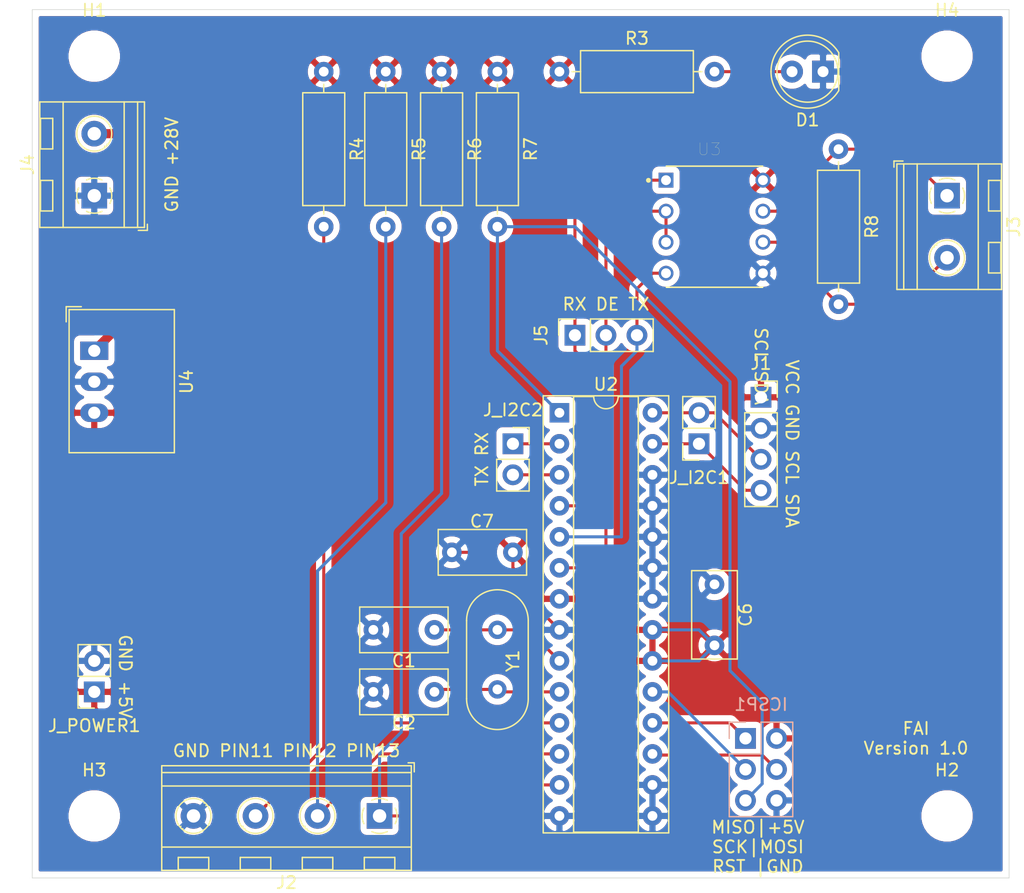
<source format=kicad_pcb>
(kicad_pcb (version 20171130) (host pcbnew "(5.1.6)-1")
  (layers (0 F.Cu signal) (31 B.Cu signal) (34 B.Paste user) (35 F.Paste user) (36 B.SilkS user) (37 F.SilkS user) (38 B.Mask user) (39 F.Mask user) (44 Edge.Cuts user))
  (net 0 "")
  (net 1 "Net-(C1-Pad2)")
  (net 2 GND)
  (net 3 "Net-(C2-Pad2)")
  (net 4 +28V)
  (net 5 +5V)
  (net 6 "Net-(D1-Pad2)")
  (net 7 /SCL)
  (net 8 /SDA)
  (net 9 "Net-(J3-Pad2)")
  (net 10 "Net-(J3-Pad1)")
  (net 11 /TXDE)
  (net 12 /RS485RX)
  (net 13 /RS485TX)
  (net 14 /PIN11)
  (net 15 /PIN12)
  (net 16 /PIN13)
  (net 17 "Net-(ICSP1-Pad5)")
  (net 18 /MOSI)
  (net 19 /SCK)
  (net 20 /MISO)
  (net 21 /TXD)
  (net 22 /RXD)
  (module Resistor:R_Axial_DIN0309_L9.0mm_D3.2mm_P12.70mm_Horizontal (layer F.Cu) (at 78.486 109.22 270)
    (fp_text reference R4 (at 6.35 -2.72 90) (layer F.SilkS))
    (fp_text value 10k)
    (fp_line (start 11.66 0) (end 10.97 0) (layer F.SilkS) (width 0.12))
    (fp_line (start 1.04 0) (end 1.73 0) (layer F.SilkS) (width 0.12))
    (fp_line (start 10.97 -1.72) (end 1.73 -1.72) (layer F.SilkS) (width 0.12))
    (fp_line (start 10.97 1.72) (end 10.97 -1.72) (layer F.SilkS) (width 0.12))
    (fp_line (start 1.73 1.72) (end 10.97 1.72) (layer F.SilkS) (width 0.12))
    (fp_line (start 1.73 -1.72) (end 1.73 1.72) (layer F.SilkS) (width 0.12))
    (pad 2 thru_hole oval (at 12.7 0 270) (size 1.6 1.6) (drill 0.8) (layers *.Cu *.Mask) (net 14 /PIN11))
    (pad 1 thru_hole circle (at 0 0 270) (size 1.6 1.6) (drill 0.8) (layers *.Cu *.Mask) (net 5 +5V))
  )
  (module Resistor:R_Axial_DIN0309_L9.0mm_D3.2mm_P12.70mm_Horizontal (layer F.Cu) (at 88.138 109.22 270)
    (fp_text reference R6 (at 6.35 -2.72 90) (layer F.SilkS))
    (fp_text value 10k)
    (fp_line (start 11.66 0) (end 10.97 0) (layer F.SilkS) (width 0.12))
    (fp_line (start 1.04 0) (end 1.73 0) (layer F.SilkS) (width 0.12))
    (fp_line (start 10.97 -1.72) (end 1.73 -1.72) (layer F.SilkS) (width 0.12))
    (fp_line (start 10.97 1.72) (end 10.97 -1.72) (layer F.SilkS) (width 0.12))
    (fp_line (start 1.73 1.72) (end 10.97 1.72) (layer F.SilkS) (width 0.12))
    (fp_line (start 1.73 -1.72) (end 1.73 1.72) (layer F.SilkS) (width 0.12))
    (pad 2 thru_hole oval (at 12.7 0 270) (size 1.6 1.6) (drill 0.8) (layers *.Cu *.Mask) (net 16 /PIN13))
    (pad 1 thru_hole circle (at 0 0 270) (size 1.6 1.6) (drill 0.8) (layers *.Cu *.Mask) (net 5 +5V))
  )
  (module Resistor:R_Axial_DIN0309_L9.0mm_D3.2mm_P12.70mm_Horizontal (layer F.Cu) (at 83.566 109.22 270)
    (fp_text reference R5 (at 6.35 -2.72 90) (layer F.SilkS))
    (fp_text value 10k)
    (fp_line (start 1.73 -1.72) (end 1.73 1.72) (layer F.SilkS) (width 0.12))
    (fp_line (start 1.73 1.72) (end 10.97 1.72) (layer F.SilkS) (width 0.12))
    (fp_line (start 10.97 1.72) (end 10.97 -1.72) (layer F.SilkS) (width 0.12))
    (fp_line (start 10.97 -1.72) (end 1.73 -1.72) (layer F.SilkS) (width 0.12))
    (fp_line (start 1.04 0) (end 1.73 0) (layer F.SilkS) (width 0.12))
    (fp_line (start 11.66 0) (end 10.97 0) (layer F.SilkS) (width 0.12))
    (pad 1 thru_hole circle (at 0 0 270) (size 1.6 1.6) (drill 0.8) (layers *.Cu *.Mask) (net 5 +5V))
    (pad 2 thru_hole oval (at 12.7 0 270) (size 1.6 1.6) (drill 0.8) (layers *.Cu *.Mask) (net 15 /PIN12))
  )
  (module TerminalBlock_RND:TerminalBlock_RND_205-00234_1x04_P5.08mm_Horizontal (layer F.Cu) (at 83.058 170.18 180)
    (fp_text reference J2 (at 7.62 -5.46) (layer F.SilkS))
    (fp_text value Screw_Terminal_01x04)
    (fp_arc (start 0 0) (end -0.628 1.286) (angle -27) (layer F.SilkS) (width 0.12))
    (fp_arc (start 0 0) (end -1.286 -0.628) (angle -52) (layer F.SilkS) (width 0.12))
    (fp_arc (start 0 0) (end 0.627 -1.286) (angle -52) (layer F.SilkS) (width 0.12))
    (fp_arc (start 0 0) (end 1.286 0.627) (angle -52) (layer F.SilkS) (width 0.12))
    (fp_arc (start 0 0) (end 0 1.43) (angle -26) (layer F.SilkS) (width 0.12))
    (fp_circle (center 5.08 0) (end 6.51 0) (layer F.SilkS) (width 0.12))
    (fp_circle (center 10.16 0) (end 11.59 0) (layer F.SilkS) (width 0.12))
    (fp_circle (center 15.24 0) (end 16.67 0) (layer F.SilkS) (width 0.12))
    (fp_line (start -2.6 3.55) (end 17.84 3.55) (layer F.SilkS) (width 0.12))
    (fp_line (start -2.6 2.45) (end 17.84 2.45) (layer F.SilkS) (width 0.12))
    (fp_line (start -2.6 -2.55) (end 17.84 -2.55) (layer F.SilkS) (width 0.12))
    (fp_line (start -2.6 -4.46) (end 17.84 -4.46) (layer F.SilkS) (width 0.12))
    (fp_line (start -2.6 4.11) (end 17.84 4.11) (layer F.SilkS) (width 0.12))
    (fp_line (start -2.6 -4.46) (end -2.6 4.11) (layer F.SilkS) (width 0.12))
    (fp_line (start 17.84 -4.46) (end 17.84 4.11) (layer F.SilkS) (width 0.12))
    (fp_line (start -1.25 -4.4) (end 1.25 -4.4) (layer F.SilkS) (width 0.12))
    (fp_line (start -1.25 -3.4) (end 1.25 -3.4) (layer F.SilkS) (width 0.12))
    (fp_line (start -1.25 -4.4) (end -1.25 -3.4) (layer F.SilkS) (width 0.12))
    (fp_line (start 1.25 -4.4) (end 1.25 -3.4) (layer F.SilkS) (width 0.12))
    (fp_line (start 6.165 -0.91) (end 6.105 -0.851) (layer F.SilkS) (width 0.12))
    (fp_line (start 4.21 1.045) (end 4.17 1.085) (layer F.SilkS) (width 0.12))
    (fp_line (start 5.991 -1.085) (end 5.951 -1.045) (layer F.SilkS) (width 0.12))
    (fp_line (start 4.056 0.85) (end 3.996 0.91) (layer F.SilkS) (width 0.12))
    (fp_line (start 3.83 -4.4) (end 6.33 -4.4) (layer F.SilkS) (width 0.12))
    (fp_line (start 3.83 -3.4) (end 6.33 -3.4) (layer F.SilkS) (width 0.12))
    (fp_line (start 3.83 -4.4) (end 3.83 -3.4) (layer F.SilkS) (width 0.12))
    (fp_line (start 6.33 -4.4) (end 6.33 -3.4) (layer F.SilkS) (width 0.12))
    (fp_line (start 11.245 -0.91) (end 11.185 -0.851) (layer F.SilkS) (width 0.12))
    (fp_line (start 9.29 1.045) (end 9.25 1.085) (layer F.SilkS) (width 0.12))
    (fp_line (start 11.071 -1.085) (end 11.031 -1.045) (layer F.SilkS) (width 0.12))
    (fp_line (start 9.136 0.85) (end 9.076 0.91) (layer F.SilkS) (width 0.12))
    (fp_line (start 8.91 -4.4) (end 11.41 -4.4) (layer F.SilkS) (width 0.12))
    (fp_line (start 8.91 -3.4) (end 11.41 -3.4) (layer F.SilkS) (width 0.12))
    (fp_line (start 8.91 -4.4) (end 8.91 -3.4) (layer F.SilkS) (width 0.12))
    (fp_line (start 11.41 -4.4) (end 11.41 -3.4) (layer F.SilkS) (width 0.12))
    (fp_line (start 16.325 -0.91) (end 16.265 -0.851) (layer F.SilkS) (width 0.12))
    (fp_line (start 14.37 1.045) (end 14.33 1.085) (layer F.SilkS) (width 0.12))
    (fp_line (start 16.151 -1.085) (end 16.111 -1.045) (layer F.SilkS) (width 0.12))
    (fp_line (start 14.216 0.85) (end 14.156 0.91) (layer F.SilkS) (width 0.12))
    (fp_line (start 13.99 -4.4) (end 16.49 -4.4) (layer F.SilkS) (width 0.12))
    (fp_line (start 13.99 -3.4) (end 16.49 -3.4) (layer F.SilkS) (width 0.12))
    (fp_line (start 13.99 -4.4) (end 13.99 -3.4) (layer F.SilkS) (width 0.12))
    (fp_line (start 16.49 -4.4) (end 16.49 -3.4) (layer F.SilkS) (width 0.12))
    (fp_line (start -2.84 3.61) (end -2.84 4.35) (layer F.SilkS) (width 0.12))
    (fp_line (start -2.84 4.35) (end -2.34 4.35) (layer F.SilkS) (width 0.12))
    (pad 4 thru_hole circle (at 15.24 0 180) (size 2.1 2.1) (drill 1.1) (layers *.Cu *.Mask) (net 2 GND))
    (pad 3 thru_hole circle (at 10.16 0 180) (size 2.1 2.1) (drill 1.1) (layers *.Cu *.Mask) (net 14 /PIN11))
    (pad 2 thru_hole circle (at 5.08 0 180) (size 2.1 2.1) (drill 1.1) (layers *.Cu *.Mask) (net 15 /PIN12))
    (pad 1 thru_hole rect (at 0 0 180) (size 2.1 2.1) (drill 1.1) (layers *.Cu *.Mask) (net 16 /PIN13))
  )
  (module "Connector THT:PinSocket_1x04_P2.54mm_Vertical" (layer F.Cu) (at 114.3 135.89)
    (fp_text reference J1 (at 0 -2.77 180) (layer F.SilkS))
    (fp_text value Conn_01x04_Female)
    (fp_line (start -1.33 1.27) (end 1.33 1.27) (layer F.SilkS) (width 0.12))
    (fp_line (start -1.33 1.27) (end -1.33 8.95) (layer F.SilkS) (width 0.12))
    (fp_line (start -1.33 8.95) (end 1.33 8.95) (layer F.SilkS) (width 0.12))
    (fp_line (start 1.33 1.27) (end 1.33 8.95) (layer F.SilkS) (width 0.12))
    (fp_line (start 1.33 -1.33) (end 1.33 0) (layer F.SilkS) (width 0.12))
    (fp_line (start 0 -1.33) (end 1.33 -1.33) (layer F.SilkS) (width 0.12))
    (pad 4 thru_hole oval (at 0 7.62) (size 1.7 1.7) (drill 1) (layers *.Cu *.Mask) (net 8 /SDA))
    (pad 3 thru_hole oval (at 0 5.08) (size 1.7 1.7) (drill 1) (layers *.Cu *.Mask) (net 7 /SCL))
    (pad 2 thru_hole oval (at 0 2.54) (size 1.7 1.7) (drill 1) (layers *.Cu *.Mask) (net 2 GND))
    (pad 1 thru_hole rect (at 0 0) (size 1.7 1.7) (drill 1) (layers *.Cu *.Mask) (net 5 +5V))
  )
  (module Resistor:R_Axial_DIN0309_L9.0mm_D3.2mm_P12.70mm_Horizontal (layer F.Cu) (at 92.71 109.22 270)
    (fp_text reference R7 (at 6.35 -2.72 90) (layer F.SilkS))
    (fp_text value 10k)
    (fp_line (start 1.73 -1.72) (end 1.73 1.72) (layer F.SilkS) (width 0.12))
    (fp_line (start 1.73 1.72) (end 10.97 1.72) (layer F.SilkS) (width 0.12))
    (fp_line (start 10.97 1.72) (end 10.97 -1.72) (layer F.SilkS) (width 0.12))
    (fp_line (start 10.97 -1.72) (end 1.73 -1.72) (layer F.SilkS) (width 0.12))
    (fp_line (start 1.04 0) (end 1.73 0) (layer F.SilkS) (width 0.12))
    (fp_line (start 11.66 0) (end 10.97 0) (layer F.SilkS) (width 0.12))
    (pad 1 thru_hole circle (at 0 0 270) (size 1.6 1.6) (drill 0.8) (layers *.Cu *.Mask) (net 5 +5V))
    (pad 2 thru_hole oval (at 12.7 0 270) (size 1.6 1.6) (drill 0.8) (layers *.Cu *.Mask) (net 17 "Net-(ICSP1-Pad5)"))
  )
  (module Package_DIP:DIP-28_W7.62mm_Socket (layer F.Cu) (at 97.79 137.16)
    (fp_text reference U2 (at 3.81 -2.33) (layer F.SilkS))
    (fp_text value ATmega328P-PU)
    (fp_line (start 8.95 -1.39) (end -1.33 -1.39) (layer F.SilkS) (width 0.12))
    (fp_line (start 8.95 34.41) (end 8.95 -1.39) (layer F.SilkS) (width 0.12))
    (fp_line (start -1.33 34.41) (end 8.95 34.41) (layer F.SilkS) (width 0.12))
    (fp_line (start -1.33 -1.39) (end -1.33 34.41) (layer F.SilkS) (width 0.12))
    (fp_line (start 6.46 -1.33) (end 4.81 -1.33) (layer F.SilkS) (width 0.12))
    (fp_line (start 6.46 34.35) (end 6.46 -1.33) (layer F.SilkS) (width 0.12))
    (fp_line (start 1.16 34.35) (end 6.46 34.35) (layer F.SilkS) (width 0.12))
    (fp_line (start 1.16 -1.33) (end 1.16 34.35) (layer F.SilkS) (width 0.12))
    (fp_line (start 2.81 -1.33) (end 1.16 -1.33) (layer F.SilkS) (width 0.12))
    (fp_arc (start 3.81 -1.33) (end 2.81 -1.33) (angle -180) (layer F.SilkS) (width 0.12))
    (pad 1 thru_hole rect (at 0 0) (size 1.6 1.6) (drill 0.8) (layers *.Cu *.Mask) (net 17 "Net-(ICSP1-Pad5)"))
    (pad 15 thru_hole oval (at 7.62 33.02) (size 1.6 1.6) (drill 0.8) (layers *.Cu *.Mask) (net 2 GND))
    (pad 2 thru_hole oval (at 0 2.54) (size 1.6 1.6) (drill 0.8) (layers *.Cu *.Mask) (net 22 /RXD))
    (pad 16 thru_hole oval (at 7.62 30.48) (size 1.6 1.6) (drill 0.8) (layers *.Cu *.Mask) (net 2 GND))
    (pad 3 thru_hole oval (at 0 5.08) (size 1.6 1.6) (drill 0.8) (layers *.Cu *.Mask) (net 21 /TXD))
    (pad 17 thru_hole oval (at 7.62 27.94) (size 1.6 1.6) (drill 0.8) (layers *.Cu *.Mask) (net 18 /MOSI))
    (pad 4 thru_hole oval (at 0 7.62) (size 1.6 1.6) (drill 0.8) (layers *.Cu *.Mask) (net 12 /RS485RX))
    (pad 18 thru_hole oval (at 7.62 25.4) (size 1.6 1.6) (drill 0.8) (layers *.Cu *.Mask) (net 20 /MISO))
    (pad 5 thru_hole oval (at 0 10.16) (size 1.6 1.6) (drill 0.8) (layers *.Cu *.Mask) (net 13 /RS485TX))
    (pad 19 thru_hole oval (at 7.62 22.86) (size 1.6 1.6) (drill 0.8) (layers *.Cu *.Mask) (net 19 /SCK))
    (pad 6 thru_hole oval (at 0 12.7) (size 1.6 1.6) (drill 0.8) (layers *.Cu *.Mask) (net 11 /TXDE))
    (pad 20 thru_hole oval (at 7.62 20.32) (size 1.6 1.6) (drill 0.8) (layers *.Cu *.Mask) (net 5 +5V))
    (pad 7 thru_hole oval (at 0 15.24) (size 1.6 1.6) (drill 0.8) (layers *.Cu *.Mask) (net 5 +5V))
    (pad 21 thru_hole oval (at 7.62 17.78) (size 1.6 1.6) (drill 0.8) (layers *.Cu *.Mask) (net 5 +5V))
    (pad 8 thru_hole oval (at 0 17.78) (size 1.6 1.6) (drill 0.8) (layers *.Cu *.Mask) (net 2 GND))
    (pad 22 thru_hole oval (at 7.62 15.24) (size 1.6 1.6) (drill 0.8) (layers *.Cu *.Mask) (net 2 GND))
    (pad 9 thru_hole oval (at 0 20.32) (size 1.6 1.6) (drill 0.8) (layers *.Cu *.Mask) (net 1 "Net-(C1-Pad2)"))
    (pad 23 thru_hole oval (at 7.62 12.7) (size 1.6 1.6) (drill 0.8) (layers *.Cu *.Mask) (net 2 GND))
    (pad 10 thru_hole oval (at 0 22.86) (size 1.6 1.6) (drill 0.8) (layers *.Cu *.Mask) (net 3 "Net-(C2-Pad2)"))
    (pad 24 thru_hole oval (at 7.62 10.16) (size 1.6 1.6) (drill 0.8) (layers *.Cu *.Mask) (net 2 GND))
    (pad 11 thru_hole oval (at 0 25.4) (size 1.6 1.6) (drill 0.8) (layers *.Cu *.Mask) (net 14 /PIN11))
    (pad 25 thru_hole oval (at 7.62 7.62) (size 1.6 1.6) (drill 0.8) (layers *.Cu *.Mask) (net 2 GND))
    (pad 12 thru_hole oval (at 0 27.94) (size 1.6 1.6) (drill 0.8) (layers *.Cu *.Mask) (net 15 /PIN12))
    (pad 26 thru_hole oval (at 7.62 5.08) (size 1.6 1.6) (drill 0.8) (layers *.Cu *.Mask) (net 2 GND))
    (pad 13 thru_hole oval (at 0 30.48) (size 1.6 1.6) (drill 0.8) (layers *.Cu *.Mask) (net 16 /PIN13))
    (pad 27 thru_hole oval (at 7.62 2.54) (size 1.6 1.6) (drill 0.8) (layers *.Cu *.Mask) (net 8 /SDA))
    (pad 14 thru_hole oval (at 0 33.02) (size 1.6 1.6) (drill 0.8) (layers *.Cu *.Mask) (net 2 GND))
    (pad 28 thru_hole oval (at 7.62 0) (size 1.6 1.6) (drill 0.8) (layers *.Cu *.Mask) (net 7 /SCL))
  )
  (module "Connector THT:PinSocket_1x02_P2.54mm_Vertical" (layer F.Cu) (at 93.98 139.7)
    (fp_text reference J_I2C2 (at 0 -2.77) (layer F.SilkS))
    (fp_text value Conn_01x02_Female)
    (fp_line (start 0 -1.33) (end 1.33 -1.33) (layer F.SilkS) (width 0.12))
    (fp_line (start 1.33 -1.33) (end 1.33 0) (layer F.SilkS) (width 0.12))
    (fp_line (start 1.33 1.27) (end 1.33 3.87) (layer F.SilkS) (width 0.12))
    (fp_line (start -1.33 3.87) (end 1.33 3.87) (layer F.SilkS) (width 0.12))
    (fp_line (start -1.33 1.27) (end -1.33 3.87) (layer F.SilkS) (width 0.12))
    (fp_line (start -1.33 1.27) (end 1.33 1.27) (layer F.SilkS) (width 0.12))
    (pad 2 thru_hole oval (at 0 2.54) (size 1.7 1.7) (drill 1) (layers *.Cu *.Mask) (net 21 /TXD))
    (pad 1 thru_hole rect (at 0 0) (size 1.7 1.7) (drill 1) (layers *.Cu *.Mask) (net 22 /RXD))
  )
  (module Connector_PinSocket_2.54mm:PinSocket_2x03_P2.54mm_Vertical (layer B.Cu) (at 113.03 163.83 180)
    (fp_text reference ICSP1 (at -1.27 2.77 180) (layer B.SilkS) (effects (justify mirror)))
    (fp_text value Conn_02x03_Odd_Even)
    (fp_line (start 0 1.33) (end 1.33 1.33) (layer B.SilkS) (width 0.12))
    (fp_line (start 1.33 1.33) (end 1.33 0) (layer B.SilkS) (width 0.12))
    (fp_line (start -1.27 1.33) (end -1.27 -1.27) (layer B.SilkS) (width 0.12))
    (fp_line (start -1.27 -1.27) (end 1.33 -1.27) (layer B.SilkS) (width 0.12))
    (fp_line (start 1.33 -1.27) (end 1.33 -6.41) (layer B.SilkS) (width 0.12))
    (fp_line (start -3.87 -6.41) (end 1.33 -6.41) (layer B.SilkS) (width 0.12))
    (fp_line (start -3.87 1.33) (end -3.87 -6.41) (layer B.SilkS) (width 0.12))
    (fp_line (start -3.87 1.33) (end -1.27 1.33) (layer B.SilkS) (width 0.12))
    (pad 6 thru_hole oval (at -2.54 -5.08 180) (size 1.7 1.7) (drill 1) (layers *.Cu *.Mask) (net 2 GND))
    (pad 5 thru_hole oval (at 0 -5.08 180) (size 1.7 1.7) (drill 1) (layers *.Cu *.Mask) (net 17 "Net-(ICSP1-Pad5)"))
    (pad 4 thru_hole oval (at -2.54 -2.54 180) (size 1.7 1.7) (drill 1) (layers *.Cu *.Mask) (net 18 /MOSI))
    (pad 3 thru_hole oval (at 0 -2.54 180) (size 1.7 1.7) (drill 1) (layers *.Cu *.Mask) (net 19 /SCK))
    (pad 2 thru_hole oval (at -2.54 0 180) (size 1.7 1.7) (drill 1) (layers *.Cu *.Mask) (net 5 +5V))
    (pad 1 thru_hole rect (at 0 0 180) (size 1.7 1.7) (drill 1) (layers *.Cu *.Mask) (net 20 /MISO))
  )
  (module "Connector THT:PinSocket_1x03_P2.54mm_Vertical" (layer F.Cu) (at 99.06 130.81 90)
    (fp_text reference J5 (at 0 -2.77 90) (layer F.SilkS))
    (fp_text value Conn_01x03_Female)
    (fp_line (start 0 -1.33) (end 1.33 -1.33) (layer F.SilkS) (width 0.12))
    (fp_line (start 1.33 -1.33) (end 1.33 0) (layer F.SilkS) (width 0.12))
    (fp_line (start 1.33 1.27) (end 1.33 6.41) (layer F.SilkS) (width 0.12))
    (fp_line (start -1.33 6.41) (end 1.33 6.41) (layer F.SilkS) (width 0.12))
    (fp_line (start -1.33 1.27) (end -1.33 6.41) (layer F.SilkS) (width 0.12))
    (fp_line (start -1.33 1.27) (end 1.33 1.27) (layer F.SilkS) (width 0.12))
    (pad 1 thru_hole rect (at 0 0 90) (size 1.7 1.7) (drill 1) (layers *.Cu *.Mask) (net 12 /RS485RX))
    (pad 2 thru_hole oval (at 0 2.54 90) (size 1.7 1.7) (drill 1) (layers *.Cu *.Mask) (net 11 /TXDE))
    (pad 3 thru_hole oval (at 0 5.08 90) (size 1.7 1.7) (drill 1) (layers *.Cu *.Mask) (net 13 /RS485TX))
  )
  (module MAX485:DIP794W47P254L991H457Q8 (layer F.Cu) (at 110.49 121.92)
    (fp_text reference U3 (at -0.425 -6.345) (layer F.SilkS) (effects (font (thickness 0.015))))
    (fp_text value MAX485E)
    (fp_line (start -3.94 4.96) (end 3.94 4.96) (layer F.SilkS) (width 0.127))
    (fp_line (start 3.94 -4.96) (end -3.94 -4.96) (layer F.SilkS) (width 0.127))
    (fp_circle (center -5.41 -3.8) (end -5.31 -3.8) (layer F.SilkS) (width 0.2))
    (pad 8 thru_hole circle (at 3.97 -3.81) (size 1.22 1.22) (drill 0.81) (layers *.Cu *.Mask) (net 5 +5V))
    (pad 7 thru_hole circle (at 3.97 -1.27) (size 1.22 1.22) (drill 0.81) (layers *.Cu *.Mask) (net 10 "Net-(J3-Pad1)"))
    (pad 6 thru_hole circle (at 3.97 1.27) (size 1.22 1.22) (drill 0.81) (layers *.Cu *.Mask) (net 9 "Net-(J3-Pad2)"))
    (pad 5 thru_hole circle (at 3.97 3.81) (size 1.22 1.22) (drill 0.81) (layers *.Cu *.Mask) (net 2 GND))
    (pad 4 thru_hole circle (at -3.97 3.81) (size 1.22 1.22) (drill 0.81) (layers *.Cu *.Mask) (net 13 /RS485TX))
    (pad 3 thru_hole circle (at -3.97 1.27) (size 1.22 1.22) (drill 0.81) (layers *.Cu *.Mask) (net 11 /TXDE))
    (pad 2 thru_hole circle (at -3.97 -1.27) (size 1.22 1.22) (drill 0.81) (layers *.Cu *.Mask) (net 11 /TXDE))
    (pad 1 thru_hole rect (at -3.97 -3.81) (size 1.22 1.22) (drill 0.81) (layers *.Cu *.Mask) (net 12 /RS485RX))
  )
  (module Resistor:R_Axial_DIN0309_L9.0mm_D3.2mm_P12.70mm_Horizontal (layer F.Cu) (at 120.65 115.57 270)
    (fp_text reference R8 (at 6.35 -2.72 90) (layer F.SilkS))
    (fp_text value 120)
    (fp_line (start 11.66 0) (end 10.97 0) (layer F.SilkS) (width 0.12))
    (fp_line (start 1.04 0) (end 1.73 0) (layer F.SilkS) (width 0.12))
    (fp_line (start 10.97 -1.72) (end 1.73 -1.72) (layer F.SilkS) (width 0.12))
    (fp_line (start 10.97 1.72) (end 10.97 -1.72) (layer F.SilkS) (width 0.12))
    (fp_line (start 1.73 1.72) (end 10.97 1.72) (layer F.SilkS) (width 0.12))
    (fp_line (start 1.73 -1.72) (end 1.73 1.72) (layer F.SilkS) (width 0.12))
    (pad 2 thru_hole oval (at 12.7 0 270) (size 1.6 1.6) (drill 0.8) (layers *.Cu *.Mask) (net 9 "Net-(J3-Pad2)"))
    (pad 1 thru_hole circle (at 0 0 270) (size 1.6 1.6) (drill 0.8) (layers *.Cu *.Mask) (net 10 "Net-(J3-Pad1)"))
  )
  (module TerminalBlock_RND:TerminalBlock_RND_205-00232_1x02_P5.08mm_Horizontal (layer F.Cu) (at 129.54 119.38 270)
    (fp_text reference J3 (at 2.54 -5.46 90) (layer F.SilkS))
    (fp_text value Screw_Terminal_01x02)
    (fp_line (start -2.84 4.35) (end -2.34 4.35) (layer F.SilkS) (width 0.12))
    (fp_line (start -2.84 3.61) (end -2.84 4.35) (layer F.SilkS) (width 0.12))
    (fp_line (start 6.33 -4.4) (end 6.33 -3.4) (layer F.SilkS) (width 0.12))
    (fp_line (start 3.83 -4.4) (end 3.83 -3.4) (layer F.SilkS) (width 0.12))
    (fp_line (start 3.83 -3.4) (end 6.33 -3.4) (layer F.SilkS) (width 0.12))
    (fp_line (start 3.83 -4.4) (end 6.33 -4.4) (layer F.SilkS) (width 0.12))
    (fp_line (start 4.056 0.85) (end 3.996 0.91) (layer F.SilkS) (width 0.12))
    (fp_line (start 5.991 -1.085) (end 5.951 -1.045) (layer F.SilkS) (width 0.12))
    (fp_line (start 4.21 1.045) (end 4.17 1.085) (layer F.SilkS) (width 0.12))
    (fp_line (start 6.165 -0.91) (end 6.105 -0.851) (layer F.SilkS) (width 0.12))
    (fp_line (start 1.25 -4.4) (end 1.25 -3.4) (layer F.SilkS) (width 0.12))
    (fp_line (start -1.25 -4.4) (end -1.25 -3.4) (layer F.SilkS) (width 0.12))
    (fp_line (start -1.25 -3.4) (end 1.25 -3.4) (layer F.SilkS) (width 0.12))
    (fp_line (start -1.25 -4.4) (end 1.25 -4.4) (layer F.SilkS) (width 0.12))
    (fp_line (start 7.68 -4.46) (end 7.68 4.11) (layer F.SilkS) (width 0.12))
    (fp_line (start -2.6 -4.46) (end -2.6 4.11) (layer F.SilkS) (width 0.12))
    (fp_line (start -2.6 4.11) (end 7.68 4.11) (layer F.SilkS) (width 0.12))
    (fp_line (start -2.6 -4.46) (end 7.68 -4.46) (layer F.SilkS) (width 0.12))
    (fp_line (start -2.6 -2.55) (end 7.68 -2.55) (layer F.SilkS) (width 0.12))
    (fp_line (start -2.6 2.45) (end 7.68 2.45) (layer F.SilkS) (width 0.12))
    (fp_line (start -2.6 3.55) (end 7.68 3.55) (layer F.SilkS) (width 0.12))
    (fp_circle (center 5.08 0) (end 6.51 0) (layer F.SilkS) (width 0.12))
    (fp_arc (start 0 0) (end -0.628 1.286) (angle -27) (layer F.SilkS) (width 0.12))
    (fp_arc (start 0 0) (end -1.286 -0.628) (angle -52) (layer F.SilkS) (width 0.12))
    (fp_arc (start 0 0) (end 0.627 -1.286) (angle -52) (layer F.SilkS) (width 0.12))
    (fp_arc (start 0 0) (end 1.286 0.627) (angle -52) (layer F.SilkS) (width 0.12))
    (fp_arc (start 0 0) (end 0 1.43) (angle -26) (layer F.SilkS) (width 0.12))
    (pad 2 thru_hole circle (at 5.08 0 270) (size 2.1 2.1) (drill 1.1) (layers *.Cu *.Mask) (net 9 "Net-(J3-Pad2)"))
    (pad 1 thru_hole rect (at 0 0 270) (size 2.1 2.1) (drill 1.1) (layers *.Cu *.Mask) (net 10 "Net-(J3-Pad1)"))
  )
  (module "Connector THT:PinSocket_1x02_P2.54mm_Vertical" (layer F.Cu) (at 59.69 160.02 180)
    (fp_text reference J_POWER1 (at 0 -2.77 180) (layer F.SilkS))
    (fp_text value Conn_01x02_Female)
    (fp_line (start -1.33 1.27) (end 1.33 1.27) (layer F.SilkS) (width 0.12))
    (fp_line (start -1.33 1.27) (end -1.33 3.87) (layer F.SilkS) (width 0.12))
    (fp_line (start -1.33 3.87) (end 1.33 3.87) (layer F.SilkS) (width 0.12))
    (fp_line (start 1.33 1.27) (end 1.33 3.87) (layer F.SilkS) (width 0.12))
    (fp_line (start 1.33 -1.33) (end 1.33 0) (layer F.SilkS) (width 0.12))
    (fp_line (start 0 -1.33) (end 1.33 -1.33) (layer F.SilkS) (width 0.12))
    (pad 2 thru_hole oval (at 0 2.54 180) (size 1.7 1.7) (drill 1) (layers *.Cu *.Mask) (net 2 GND))
    (pad 1 thru_hole rect (at 0 0 180) (size 1.7 1.7) (drill 1) (layers *.Cu *.Mask) (net 5 +5V))
  )
  (module "Connector THT:PinSocket_1x02_P2.54mm_Vertical" (layer F.Cu) (at 109.22 139.7 180)
    (fp_text reference J_I2C1 (at 0 -2.77 180) (layer F.SilkS))
    (fp_text value Conn_01x02_Female)
    (fp_line (start -1.33 1.27) (end 1.33 1.27) (layer F.SilkS) (width 0.12))
    (fp_line (start -1.33 1.27) (end -1.33 3.87) (layer F.SilkS) (width 0.12))
    (fp_line (start -1.33 3.87) (end 1.33 3.87) (layer F.SilkS) (width 0.12))
    (fp_line (start 1.33 1.27) (end 1.33 3.87) (layer F.SilkS) (width 0.12))
    (fp_line (start 1.33 -1.33) (end 1.33 0) (layer F.SilkS) (width 0.12))
    (fp_line (start 0 -1.33) (end 1.33 -1.33) (layer F.SilkS) (width 0.12))
    (pad 2 thru_hole oval (at 0 2.54 180) (size 1.7 1.7) (drill 1) (layers *.Cu *.Mask) (net 7 /SCL))
    (pad 1 thru_hole rect (at 0 0 180) (size 1.7 1.7) (drill 1) (layers *.Cu *.Mask) (net 8 /SDA))
  )
  (module Quartz:Crystal_HC49-4H_Vertical (layer F.Cu) (at 92.71 154.94 270)
    (fp_text reference Y1 (at 2.54 -1.27 90) (layer F.SilkS))
    (fp_text value 16Mhz)
    (fp_line (start -0.76 -2.525) (end 5.64 -2.525) (layer F.SilkS) (width 0.12))
    (fp_line (start -0.76 2.525) (end 5.64 2.525) (layer F.SilkS) (width 0.12))
    (fp_arc (start 5.64 0) (end 5.64 -2.525) (angle 180) (layer F.SilkS) (width 0.12))
    (fp_arc (start -0.76 0) (end -0.76 -2.525) (angle -180) (layer F.SilkS) (width 0.12))
    (pad 2 thru_hole circle (at 4.88 0 270) (size 1.5 1.5) (drill 0.8) (layers *.Cu *.Mask) (net 3 "Net-(C2-Pad2)"))
    (pad 1 thru_hole circle (at 0 0 270) (size 1.5 1.5) (drill 0.8) (layers *.Cu *.Mask) (net 1 "Net-(C1-Pad2)"))
  )
  (module LED:LED_D5.0mm_Clear (layer F.Cu) (at 119.38 109.22 180)
    (fp_text reference D1 (at 1.27 -3.96) (layer F.SilkS))
    (fp_text value "Power LED")
    (fp_line (start -1.29 -1.545) (end -1.29 1.545) (layer F.SilkS) (width 0.12))
    (fp_circle (center 1.27 0) (end 3.77 0) (layer F.SilkS) (width 0.12))
    (fp_arc (start 1.27 0) (end -1.29 1.54483) (angle -148.9) (layer F.SilkS) (width 0.12))
    (fp_arc (start 1.27 0) (end -1.29 -1.54483) (angle 148.9) (layer F.SilkS) (width 0.12))
    (pad 2 thru_hole circle (at 2.54 0 180) (size 1.8 1.8) (drill 0.9) (layers *.Cu *.Mask) (net 6 "Net-(D1-Pad2)"))
    (pad 1 thru_hole rect (at 0 0 180) (size 1.8 1.8) (drill 0.9) (layers *.Cu *.Mask) (net 2 GND))
  )
  (module "Capacitor THT:C_Rect_L7.0mm_W3.5mm_P5.00mm" (layer F.Cu) (at 82.55 154.94)
    (fp_text reference C1 (at 2.5 2.54) (layer F.SilkS))
    (fp_text value 22pf)
    (fp_line (start -1.12 -1.87) (end 6.12 -1.87) (layer F.SilkS) (width 0.12))
    (fp_line (start -1.12 1.87) (end 6.12 1.87) (layer F.SilkS) (width 0.12))
    (fp_line (start -1.12 -1.87) (end -1.12 1.87) (layer F.SilkS) (width 0.12))
    (fp_line (start 6.12 -1.87) (end 6.12 1.87) (layer F.SilkS) (width 0.12))
    (pad 2 thru_hole circle (at 5 0) (size 1.6 1.6) (drill 0.8) (layers *.Cu *.Mask) (net 1 "Net-(C1-Pad2)"))
    (pad 1 thru_hole circle (at 0 0) (size 1.6 1.6) (drill 0.8) (layers *.Cu *.Mask) (net 2 GND))
  )
  (module "Capacitor THT:C_Rect_L7.0mm_W3.5mm_P5.00mm" (layer F.Cu) (at 82.55 160.02)
    (fp_text reference C2 (at 2.5 2.54) (layer F.SilkS))
    (fp_text value 22pf)
    (fp_line (start 6.12 -1.87) (end 6.12 1.87) (layer F.SilkS) (width 0.12))
    (fp_line (start -1.12 -1.87) (end -1.12 1.87) (layer F.SilkS) (width 0.12))
    (fp_line (start -1.12 1.87) (end 6.12 1.87) (layer F.SilkS) (width 0.12))
    (fp_line (start -1.12 -1.87) (end 6.12 -1.87) (layer F.SilkS) (width 0.12))
    (pad 1 thru_hole circle (at 0 0) (size 1.6 1.6) (drill 0.8) (layers *.Cu *.Mask) (net 2 GND))
    (pad 2 thru_hole circle (at 5 0) (size 1.6 1.6) (drill 0.8) (layers *.Cu *.Mask) (net 3 "Net-(C2-Pad2)"))
  )
  (module Capacitor_THT:C_Rect_L7.0mm_W3.5mm_P5.00mm (layer F.Cu) (at 110.49 156.21 90)
    (fp_text reference C6 (at 2.5 2.54 90) (layer F.SilkS))
    (fp_text value 100nF)
    (fp_line (start 6.12 -1.87) (end 6.12 1.87) (layer F.SilkS) (width 0.12))
    (fp_line (start -1.12 -1.87) (end -1.12 1.87) (layer F.SilkS) (width 0.12))
    (fp_line (start -1.12 1.87) (end 6.12 1.87) (layer F.SilkS) (width 0.12))
    (fp_line (start -1.12 -1.87) (end 6.12 -1.87) (layer F.SilkS) (width 0.12))
    (pad 1 thru_hole circle (at 0 0 90) (size 1.6 1.6) (drill 0.8) (layers *.Cu *.Mask) (net 5 +5V))
    (pad 2 thru_hole circle (at 5 0 90) (size 1.6 1.6) (drill 0.8) (layers *.Cu *.Mask) (net 2 GND))
  )
  (module Capacitor_THT:C_Rect_L7.0mm_W3.5mm_P5.00mm (layer F.Cu) (at 93.98 148.59 180)
    (fp_text reference C7 (at 2.54 2.54) (layer F.SilkS))
    (fp_text value 100nF)
    (fp_line (start -1.12 -1.87) (end 6.12 -1.87) (layer F.SilkS) (width 0.12))
    (fp_line (start -1.12 1.87) (end 6.12 1.87) (layer F.SilkS) (width 0.12))
    (fp_line (start -1.12 -1.87) (end -1.12 1.87) (layer F.SilkS) (width 0.12))
    (fp_line (start 6.12 -1.87) (end 6.12 1.87) (layer F.SilkS) (width 0.12))
    (pad 2 thru_hole circle (at 5 0 180) (size 1.6 1.6) (drill 0.8) (layers *.Cu *.Mask) (net 2 GND))
    (pad 1 thru_hole circle (at 0 0 180) (size 1.6 1.6) (drill 0.8) (layers *.Cu *.Mask) (net 5 +5V))
  )
  (module MountingHole:MountingHole_3.2mm_M3_ISO14580 (layer F.Cu) (at 59.69 107.95)
    (fp_text reference H1 (at 0 -3.75) (layer F.SilkS))
    (fp_text value MountingHole)
    (pad 1 np_thru_hole circle (at 0 0) (size 3.2 3.2) (drill 3.2) (layers *.Cu *.Mask))
  )
  (module MountingHole:MountingHole_3.2mm_M3_ISO14580 (layer F.Cu) (at 129.54 170.18)
    (fp_text reference H2 (at 0 -3.75) (layer F.SilkS))
    (fp_text value MountingHole)
    (pad 1 np_thru_hole circle (at 0 0) (size 3.2 3.2) (drill 3.2) (layers *.Cu *.Mask))
  )
  (module MountingHole:MountingHole_3.2mm_M3_ISO14580 (layer F.Cu) (at 59.69 170.18)
    (fp_text reference H3 (at 0 -3.75) (layer F.SilkS))
    (fp_text value MountingHole)
    (pad 1 np_thru_hole circle (at 0 0) (size 3.2 3.2) (drill 3.2) (layers *.Cu *.Mask))
  )
  (module MountingHole:MountingHole_3.2mm_M3_ISO14580 (layer F.Cu) (at 129.54 107.95)
    (fp_text reference H4 (at 0 -3.75) (layer F.SilkS))
    (fp_text value MountingHole)
    (pad 1 np_thru_hole circle (at 0 0) (size 3.2 3.2) (drill 3.2) (layers *.Cu *.Mask))
  )
  (module Resistor:R_Axial_DIN0309_L9.0mm_D3.2mm_P12.70mm_Horizontal (layer F.Cu) (at 97.79 109.22)
    (fp_text reference R3 (at 6.35 -2.72 180) (layer F.SilkS))
    (fp_text value 1K)
    (fp_line (start 1.73 -1.72) (end 1.73 1.72) (layer F.SilkS) (width 0.12))
    (fp_line (start 1.73 1.72) (end 10.97 1.72) (layer F.SilkS) (width 0.12))
    (fp_line (start 10.97 1.72) (end 10.97 -1.72) (layer F.SilkS) (width 0.12))
    (fp_line (start 10.97 -1.72) (end 1.73 -1.72) (layer F.SilkS) (width 0.12))
    (fp_line (start 1.04 0) (end 1.73 0) (layer F.SilkS) (width 0.12))
    (fp_line (start 11.66 0) (end 10.97 0) (layer F.SilkS) (width 0.12))
    (pad 1 thru_hole circle (at 0 0) (size 1.6 1.6) (drill 0.8) (layers *.Cu *.Mask) (net 5 +5V))
    (pad 2 thru_hole oval (at 12.7 0) (size 1.6 1.6) (drill 0.8) (layers *.Cu *.Mask) (net 6 "Net-(D1-Pad2)"))
  )
  (module TerminalBlock_RND:TerminalBlock_RND_205-00232_1x02_P5.08mm_Horizontal (layer F.Cu) (at 59.69 119.38 90)
    (fp_text reference J4 (at 2.54 -5.46 90) (layer F.SilkS))
    (fp_text value Screw_Terminal_01x02)
    (fp_circle (center 5.08 0) (end 6.51 0) (layer F.SilkS) (width 0.12))
    (fp_line (start -2.6 3.55) (end 7.68 3.55) (layer F.SilkS) (width 0.12))
    (fp_line (start -2.6 2.45) (end 7.68 2.45) (layer F.SilkS) (width 0.12))
    (fp_line (start -2.6 -2.55) (end 7.68 -2.55) (layer F.SilkS) (width 0.12))
    (fp_line (start -2.6 -4.46) (end 7.68 -4.46) (layer F.SilkS) (width 0.12))
    (fp_line (start -2.6 4.11) (end 7.68 4.11) (layer F.SilkS) (width 0.12))
    (fp_line (start -2.6 -4.46) (end -2.6 4.11) (layer F.SilkS) (width 0.12))
    (fp_line (start 7.68 -4.46) (end 7.68 4.11) (layer F.SilkS) (width 0.12))
    (fp_line (start -1.25 -4.4) (end 1.25 -4.4) (layer F.SilkS) (width 0.12))
    (fp_line (start -1.25 -3.4) (end 1.25 -3.4) (layer F.SilkS) (width 0.12))
    (fp_line (start -1.25 -4.4) (end -1.25 -3.4) (layer F.SilkS) (width 0.12))
    (fp_line (start 1.25 -4.4) (end 1.25 -3.4) (layer F.SilkS) (width 0.12))
    (fp_line (start 6.165 -0.91) (end 6.105 -0.851) (layer F.SilkS) (width 0.12))
    (fp_line (start 4.21 1.045) (end 4.17 1.085) (layer F.SilkS) (width 0.12))
    (fp_line (start 5.991 -1.085) (end 5.951 -1.045) (layer F.SilkS) (width 0.12))
    (fp_line (start 4.056 0.85) (end 3.996 0.91) (layer F.SilkS) (width 0.12))
    (fp_line (start 3.83 -4.4) (end 6.33 -4.4) (layer F.SilkS) (width 0.12))
    (fp_line (start 3.83 -3.4) (end 6.33 -3.4) (layer F.SilkS) (width 0.12))
    (fp_line (start 3.83 -4.4) (end 3.83 -3.4) (layer F.SilkS) (width 0.12))
    (fp_line (start 6.33 -4.4) (end 6.33 -3.4) (layer F.SilkS) (width 0.12))
    (fp_line (start -2.84 3.61) (end -2.84 4.35) (layer F.SilkS) (width 0.12))
    (fp_line (start -2.84 4.35) (end -2.34 4.35) (layer F.SilkS) (width 0.12))
    (fp_arc (start 0 0) (end 0 1.43) (angle -26) (layer F.SilkS) (width 0.12))
    (fp_arc (start 0 0) (end 1.286 0.627) (angle -52) (layer F.SilkS) (width 0.12))
    (fp_arc (start 0 0) (end 0.627 -1.286) (angle -52) (layer F.SilkS) (width 0.12))
    (fp_arc (start 0 0) (end -1.286 -0.628) (angle -52) (layer F.SilkS) (width 0.12))
    (fp_arc (start 0 0) (end -0.628 1.286) (angle -27) (layer F.SilkS) (width 0.12))
    (pad 1 thru_hole rect (at 0 0 90) (size 2.1 2.1) (drill 1.1) (layers *.Cu *.Mask) (net 2 GND))
    (pad 2 thru_hole circle (at 5.08 0 90) (size 2.1 2.1) (drill 1.1) (layers *.Cu *.Mask) (net 4 +28V))
  )
  (module Converter_DCDC:Converter_DCDC_RECOM_R-78E-0.5_THT (layer F.Cu) (at 59.69 132.08 270)
    (fp_text reference U4 (at 2.54 -7.56 270) (layer F.SilkS))
    (fp_text value R-78E5.0-0.5)
    (fp_line (start -3.611 2.3) (end -2.371 2.3) (layer F.SilkS) (width 0.12))
    (fp_line (start -3.611 1.06) (end -3.611 2.3) (layer F.SilkS) (width 0.12))
    (fp_line (start 8.35 -6.56) (end 8.35 2.06) (layer F.SilkS) (width 0.12))
    (fp_line (start -3.371 -6.56) (end -3.371 2.06) (layer F.SilkS) (width 0.12))
    (fp_line (start -3.371 2.06) (end 8.35 2.06) (layer F.SilkS) (width 0.12))
    (fp_line (start -3.371 -6.56) (end 8.35 -6.56) (layer F.SilkS) (width 0.12))
    (pad 1 thru_hole rect (at 0 0 270) (size 1.5 2.3) (drill 1) (layers *.Cu *.Mask) (net 4 +28V))
    (pad 2 thru_hole oval (at 2.54 0 270) (size 1.5 2.3) (drill 1) (layers *.Cu *.Mask) (net 2 GND))
    (pad 3 thru_hole oval (at 5.08 0 270) (size 1.5 2.3) (drill 1) (layers *.Cu *.Mask) (net 5 +5V))
  )
  (gr_text "GND PIN11 PIN12 PIN13" (at 75.438 164.846) (layer F.SilkS) (effects (font (size 1 1))))
  (gr_text "MISO|+5V\nSCK|MOSI\nRST |GND" (at 114.046 172.72) (layer F.SilkS) (effects (font (size 1 1))))
  (gr_text "GND +28V" (at 66.04 116.84 90) (layer F.SilkS) (effects (font (size 1 1))))
  (gr_text "GND +5V" (at 62.23 158.75 270) (layer F.SilkS) (effects (font (size 1 1))))
  (gr_text "TX RX" (at 91.44 140.97 90) (layer F.SilkS) (effects (font (size 1 1))))
  (gr_text "SCL SDA" (at 114.3 133.35 270) (layer F.SilkS) (effects (font (size 1 1))))
  (gr_text "RX DE TX" (at 101.6 128.27) (layer F.SilkS) (effects (font (size 1 1))))
  (gr_text "VCC GND SCL SDA" (at 116.84 139.7 270) (layer F.SilkS) (effects (font (size 1 1))))
  (gr_text "FAI\nVersion 1.0" (at 127 163.83) (layer F.SilkS) (effects (font (size 1 1))))
  (gr_line (start 54.61 175.26) (end 54.61 104.14) (angle 90) (layer Edge.Cuts) (width 0.05))
  (gr_line (start 134.62 175.26) (end 54.61 175.26) (angle 90) (layer Edge.Cuts) (width 0.05))
  (gr_line (start 134.62 104.14) (end 134.62 175.26) (angle 90) (layer Edge.Cuts) (width 0.05))
  (gr_line (start 54.61 104.14) (end 134.62 104.14) (angle 90) (layer Edge.Cuts) (width 0.05))
  (segment (start 87.55 154.94) (end 92.71 154.94) (width 0.25) (layer F.Cu) (net 1))
  (segment (start 92.71 154.94) (end 95.25 154.94) (width 0.25) (layer F.Cu) (net 1))
  (segment (start 95.25 154.94) (end 97.79 157.48) (width 0.25) (layer F.Cu) (net 1))
  (via (at 105.41 167.64) (size 0.8) (drill 0.4) (layers F.Cu B.Cu) (net 2))
  (via (at 105.41 170.18) (size 0.8) (drill 0.4) (layers F.Cu B.Cu) (net 2))
  (segment (start 109.3 152.4) (end 110.49 151.21) (width 0.25) (layer F.Cu) (net 2))
  (segment (start 105.41 152.4) (end 109.3 152.4) (width 0.25) (layer F.Cu) (net 2))
  (segment (start 97.79 154.94) (end 91.44 148.59) (width 0.25) (layer F.Cu) (net 2))
  (segment (start 91.44 148.59) (end 88.98 148.59) (width 0.25) (layer F.Cu) (net 2))
  (segment (start 97.79 160.02) (end 92.91 160.02) (width 0.25) (layer F.Cu) (net 3))
  (segment (start 92.91 160.02) (end 92.71 159.82) (width 0.25) (layer F.Cu) (net 3))
  (segment (start 92.71 159.82) (end 87.75 159.82) (width 0.25) (layer F.Cu) (net 3))
  (segment (start 87.75 159.82) (end 87.55 160.02) (width 0.25) (layer F.Cu) (net 3))
  (segment (start 59.69 114.3) (end 64.77 114.3) (width 0.75) (layer F.Cu) (net 4))
  (segment (start 64.77 114.3) (end 66.04 115.57) (width 0.75) (layer F.Cu) (net 4))
  (segment (start 66.04 125.73) (end 59.69 132.08) (width 0.75) (layer F.Cu) (net 4))
  (segment (start 66.04 115.57) (end 66.04 125.73) (width 0.75) (layer F.Cu) (net 4))
  (segment (start 105.41 154.94) (end 109.22 154.94) (width 0.25) (layer B.Cu) (net 5))
  (segment (start 109.22 154.94) (end 110.49 156.21) (width 0.25) (layer B.Cu) (net 5))
  (segment (start 110.49 156.21) (end 109.22 157.48) (width 0.25) (layer B.Cu) (net 5))
  (segment (start 109.22 157.48) (end 105.41 157.48) (width 0.25) (layer B.Cu) (net 5))
  (segment (start 93.98 148.59) (end 93.98 149.86) (width 0.25) (layer F.Cu) (net 5))
  (segment (start 96.52 152.4) (end 97.79 152.4) (width 0.25) (layer F.Cu) (net 5))
  (segment (start 93.98 149.86) (end 96.52 152.4) (width 0.25) (layer F.Cu) (net 5))
  (segment (start 110.49 109.22) (end 116.84 109.22) (width 0.25) (layer F.Cu) (net 6))
  (segment (start 110.49 137.16) (end 114.3 140.97) (width 0.25) (layer F.Cu) (net 7))
  (segment (start 109.22 137.16) (end 110.49 137.16) (width 0.25) (layer F.Cu) (net 7))
  (segment (start 109.22 137.16) (end 105.41 137.16) (width 0.25) (layer F.Cu) (net 7))
  (segment (start 113.03 143.51) (end 109.22 139.7) (width 0.25) (layer F.Cu) (net 8))
  (segment (start 114.3 143.51) (end 113.03 143.51) (width 0.25) (layer F.Cu) (net 8))
  (segment (start 105.41 139.7) (end 109.22 139.7) (width 0.25) (layer F.Cu) (net 8))
  (segment (start 115.57 123.19) (end 120.65 128.27) (width 0.25) (layer F.Cu) (net 9))
  (segment (start 114.46 123.19) (end 115.57 123.19) (width 0.25) (layer F.Cu) (net 9))
  (segment (start 125.73 128.27) (end 129.54 124.46) (width 0.25) (layer F.Cu) (net 9))
  (segment (start 120.65 128.27) (end 125.73 128.27) (width 0.25) (layer F.Cu) (net 9))
  (segment (start 115.57 120.65) (end 120.65 115.57) (width 0.25) (layer F.Cu) (net 10))
  (segment (start 114.46 120.65) (end 115.57 120.65) (width 0.25) (layer F.Cu) (net 10))
  (segment (start 125.73 115.57) (end 129.54 119.38) (width 0.25) (layer F.Cu) (net 10))
  (segment (start 120.65 115.57) (end 125.73 115.57) (width 0.25) (layer F.Cu) (net 10))
  (segment (start 106.52 120.65) (end 106.52 123.19) (width 0.25) (layer F.Cu) (net 11))
  (segment (start 101.6 130.81) (end 101.6 121.92) (width 0.25) (layer F.Cu) (net 11))
  (segment (start 102.87 120.65) (end 106.52 120.65) (width 0.25) (layer F.Cu) (net 11))
  (segment (start 101.6 121.92) (end 102.87 120.65) (width 0.25) (layer F.Cu) (net 11))
  (segment (start 97.79 149.86) (end 101.6 149.86) (width 0.25) (layer F.Cu) (net 11))
  (segment (start 101.6 149.86) (end 101.6 130.81) (width 0.25) (layer F.Cu) (net 11))
  (segment (start 97.584999 144.574999) (end 97.79 144.78) (width 0.25) (layer B.Cu) (net 12))
  (segment (start 99.06 130.81) (end 99.06 120.65) (width 0.25) (layer F.Cu) (net 12))
  (segment (start 101.6 118.11) (end 106.52 118.11) (width 0.25) (layer F.Cu) (net 12))
  (segment (start 99.06 120.65) (end 101.6 118.11) (width 0.25) (layer F.Cu) (net 12))
  (segment (start 97.79 144.78) (end 100.33 144.78) (width 0.25) (layer F.Cu) (net 12))
  (segment (start 99.06 132.08) (end 99.06 130.81) (width 0.25) (layer F.Cu) (net 12))
  (segment (start 100.33 133.35) (end 99.06 132.08) (width 0.25) (layer F.Cu) (net 12))
  (segment (start 100.33 144.78) (end 100.33 133.35) (width 0.25) (layer F.Cu) (net 12))
  (segment (start 104.14 130.81) (end 104.14 127) (width 0.25) (layer F.Cu) (net 13))
  (segment (start 105.41 125.73) (end 106.52 125.73) (width 0.25) (layer F.Cu) (net 13))
  (segment (start 104.14 127) (end 105.41 125.73) (width 0.25) (layer F.Cu) (net 13))
  (segment (start 97.79 147.32) (end 102.87 147.32) (width 0.25) (layer B.Cu) (net 13))
  (segment (start 104.14 132.08) (end 104.14 130.81) (width 0.25) (layer B.Cu) (net 13))
  (segment (start 102.87 133.35) (end 104.14 132.08) (width 0.25) (layer B.Cu) (net 13))
  (segment (start 102.87 147.32) (end 102.87 133.35) (width 0.25) (layer B.Cu) (net 13))
  (segment (start 72.898 170.18) (end 80.518 162.56) (width 0.25) (layer F.Cu) (net 14))
  (segment (start 80.518 162.56) (end 97.79 162.56) (width 0.25) (layer F.Cu) (net 14))
  (segment (start 77.216 165.862) (end 72.898 170.18) (width 0.25) (layer F.Cu) (net 14))
  (segment (start 78.486 164.592) (end 72.898 170.18) (width 0.25) (layer F.Cu) (net 14))
  (segment (start 78.486 121.92) (end 78.486 164.592) (width 0.25) (layer F.Cu) (net 14))
  (segment (start 83.058 165.1) (end 97.79 165.1) (width 0.25) (layer F.Cu) (net 15))
  (segment (start 77.978 170.18) (end 83.058 165.1) (width 0.25) (layer F.Cu) (net 15))
  (segment (start 77.978 170.18) (end 77.978 150.114) (width 0.25) (layer B.Cu) (net 15))
  (segment (start 83.566 144.526) (end 83.566 121.92) (width 0.25) (layer B.Cu) (net 15))
  (segment (start 77.978 150.114) (end 83.566 144.526) (width 0.25) (layer B.Cu) (net 15))
  (segment (start 83.058 170.18) (end 91.44 170.18) (width 0.25) (layer F.Cu) (net 16))
  (segment (start 93.98 167.64) (end 97.79 167.64) (width 0.25) (layer F.Cu) (net 16))
  (segment (start 91.44 170.18) (end 93.98 167.64) (width 0.25) (layer F.Cu) (net 16))
  (segment (start 83.058 170.18) (end 83.058 165.1) (width 0.25) (layer B.Cu) (net 16))
  (segment (start 83.058 165.1) (end 84.836 163.322) (width 0.25) (layer B.Cu) (net 16))
  (segment (start 84.836 163.322) (end 84.836 147.066) (width 0.25) (layer B.Cu) (net 16))
  (segment (start 88.138 143.764) (end 88.138 121.92) (width 0.25) (layer B.Cu) (net 16))
  (segment (start 84.836 147.066) (end 88.138 143.764) (width 0.25) (layer B.Cu) (net 16))
  (segment (start 92.71 128.27) (end 92.71 121.92) (width 0.25) (layer B.Cu) (net 17))
  (segment (start 92.71 132.08) (end 97.79 137.16) (width 0.25) (layer B.Cu) (net 17))
  (segment (start 92.71 128.27) (end 92.71 132.08) (width 0.25) (layer B.Cu) (net 17))
  (segment (start 111.76 134.62) (end 111.76 158.280998) (width 0.25) (layer B.Cu) (net 17))
  (segment (start 99.06 121.92) (end 111.76 134.62) (width 0.25) (layer B.Cu) (net 17))
  (segment (start 92.71 121.92) (end 99.06 121.92) (width 0.25) (layer B.Cu) (net 17))
  (segment (start 114.394999 167.545001) (end 114.394999 160.915997) (width 0.25) (layer B.Cu) (net 17))
  (segment (start 114.394999 160.915997) (end 111.76 158.280998) (width 0.25) (layer B.Cu) (net 17))
  (segment (start 113.03 168.91) (end 114.394999 167.545001) (width 0.25) (layer B.Cu) (net 17))
  (segment (start 105.504999 165.194999) (end 105.41 165.1) (width 0.25) (layer F.Cu) (net 18))
  (segment (start 114.394999 165.194999) (end 105.504999 165.194999) (width 0.25) (layer F.Cu) (net 18))
  (segment (start 115.57 166.37) (end 114.394999 165.194999) (width 0.25) (layer F.Cu) (net 18))
  (segment (start 106.68 160.02) (end 113.03 166.37) (width 0.25) (layer B.Cu) (net 19))
  (segment (start 105.41 160.02) (end 106.68 160.02) (width 0.25) (layer B.Cu) (net 19))
  (segment (start 105.41 162.56) (end 111.76 162.56) (width 0.25) (layer F.Cu) (net 20))
  (segment (start 111.76 162.56) (end 113.03 163.83) (width 0.25) (layer F.Cu) (net 20))
  (segment (start 97.79 142.24) (end 93.98 142.24) (width 0.25) (layer F.Cu) (net 21))
  (segment (start 93.98 139.7) (end 97.79 139.7) (width 0.25) (layer F.Cu) (net 22))
  (zone (net 2) (net_name GND) (layer B.Cu) (connect_pads (clearance 0.508)) (min_thickness 0.254) (fill yes (arc_segments 32) (thermal_gap 0.508) (thermal_bridge_width 0.508))
    (polygon (pts (xy 134.62 175.26) (xy 54.61 175.26) (xy 54.61 104.14) (xy 134.62 104.14)))
  )
  (zone (net 5) (net_name +5V) (layer F.Cu) (connect_pads (clearance 0.508)) (min_thickness 0.254) (fill yes (arc_segments 32) (thermal_gap 0.508) (thermal_bridge_width 0.508))
    (polygon (pts (xy 134.62 175.26) (xy 134.62 104.14) (xy 54.61 104.14) (xy 54.61 175.26)))
  )
)
</source>
